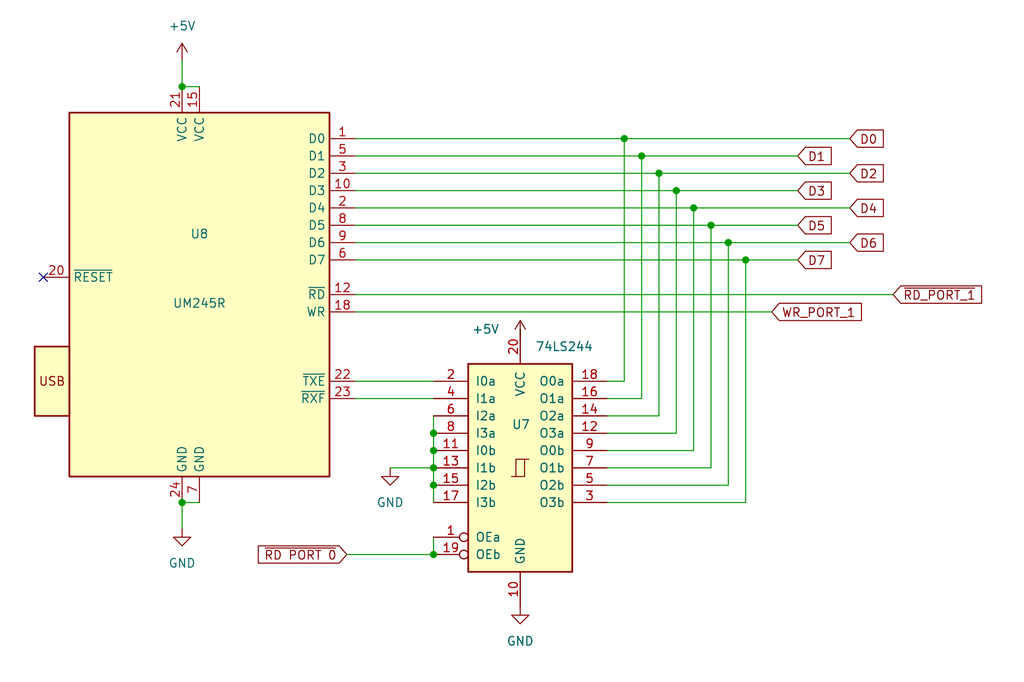
<source format=kicad_sch>
(kicad_sch (version 20230121) (generator eeschema)
  (paper "User" 150.012 99.9998)
  (lib_symbols
    (symbol "+5V_1" (power) (pin_numbers hide) (pin_names (offset 0) hide)
      (property "Value" "+5V_1" (at 0 3.556 0))
      (symbol "+5V_1_0_1"
        (polyline (pts (xy -0.762 1.27) (xy 0 2.54)))
        (polyline (pts (xy 0 0) (xy 0 2.54)))
        (polyline (pts (xy 0 2.54) (xy 0.762 1.27)))
      )
      (symbol "+5V_1_1_1"
        (pin power_in line (at 0 0 90) (length 0) hide (name "+5V") (number "1"))
      )
    )
    (symbol "74xx:74LS244" (pin_names (offset 1.016))
      (property "Reference" "U" (at -7.62 16.51 0))
      (property "Value" "74LS244" (at -7.62 -16.51 0))
      (symbol "74LS244_1_0"
        (polyline (pts (xy -0.635 -1.27) (xy -0.635 1.27) (xy 0.635 1.27)))
        (polyline (pts (xy -1.27 -1.27) (xy 0.635 -1.27) (xy 0.635 1.27) (xy 1.27 1.27)))
        (pin input inverted (at -12.7 -10.16 0) (length 5.08) (name "OEa") (number "1"))
        (pin power_in line (at 0 -20.32 90) (length 5.08) (name "GND") (number "10"))
        (pin input line (at -12.7 2.54 0) (length 5.08) (name "I0b") (number "11"))
        (pin tri_state line (at 12.7 5.08 180) (length 5.08) (name "O3a") (number "12"))
        (pin input line (at -12.7 0 0) (length 5.08) (name "I1b") (number "13"))
        (pin tri_state line (at 12.7 7.62 180) (length 5.08) (name "O2a") (number "14"))
        (pin input line (at -12.7 -2.54 0) (length 5.08) (name "I2b") (number "15"))
        (pin tri_state line (at 12.7 10.16 180) (length 5.08) (name "O1a") (number "16"))
        (pin input line (at -12.7 -5.08 0) (length 5.08) (name "I3b") (number "17"))
        (pin tri_state line (at 12.7 12.7 180) (length 5.08) (name "O0a") (number "18"))
        (pin input inverted (at -12.7 -12.7 0) (length 5.08) (name "OEb") (number "19"))
        (pin input line (at -12.7 12.7 0) (length 5.08) (name "I0a") (number "2"))
        (pin power_in line (at 0 20.32 270) (length 5.08) (name "VCC") (number "20"))
        (pin tri_state line (at 12.7 -5.08 180) (length 5.08) (name "O3b") (number "3"))
        (pin input line (at -12.7 10.16 0) (length 5.08) (name "I1a") (number "4"))
        (pin tri_state line (at 12.7 -2.54 180) (length 5.08) (name "O2b") (number "5"))
        (pin input line (at -12.7 7.62 0) (length 5.08) (name "I2a") (number "6"))
        (pin tri_state line (at 12.7 0 180) (length 5.08) (name "O1b") (number "7"))
        (pin input line (at -12.7 5.08 0) (length 5.08) (name "I3a") (number "8"))
        (pin tri_state line (at 12.7 2.54 180) (length 5.08) (name "O0b") (number "9"))
      )
      (symbol "74LS244_1_1"
        (rectangle (start -7.62 15.24) (end 7.62 -15.24) (stroke (width 0.254)) (fill (type background)))
      )
    )
    (symbol "GND_1" (power) (pin_numbers hide) (pin_names (offset 0) hide)
      (property "Value" "GND_1" (at 0 -3.81 0))
      (symbol "GND_1_0_1"
        (polyline (pts (xy 0 0) (xy 0 -1.27) (xy 1.27 -1.27) (xy 0 -2.54) (xy -1.27 -1.27) (xy 0 -1.27)))
      )
      (symbol "GND_1_1_1"
        (pin power_in line (at 0 0 270) (length 0) hide (name "GND") (number "1"))
      )
    )
    (symbol "GND_2" (power) (pin_numbers hide) (pin_names (offset 0) hide)
      (property "Value" "GND_2" (at 0 -3.81 0))
      (symbol "GND_2_0_1"
        (polyline (pts (xy 0 0) (xy 0 -1.27) (xy 1.27 -1.27) (xy 0 -2.54) (xy -1.27 -1.27) (xy 0 -1.27)))
      )
      (symbol "GND_2_1_1"
        (pin power_in line (at 0 0 270) (length 0) hide (name "GND") (number "1"))
      )
    )
    (symbol "UM245R:UM245R"
      (property "Reference" "U" (at 0 0 0))
      (symbol "UM245R_0_1"
        (rectangle (start -19.05 27.94) (end 19.05 -25.4) (stroke (width 0.254)) (fill (type background)))
      )
      (symbol "UM245R_1_1"
        (rectangle (start 19.05 -6.35) (end 24.13 -16.51) (stroke (width 0.25)) (fill (type background)))
        (text "USB" (at 21.59 -11.43 0) (effects (font (size 1.27 1.27))))
        (pin bidirectional line (at -22.86 24.13 0) (length 3.81) (name "D0") (number "1"))
        (pin bidirectional line (at -22.86 16.51 0) (length 3.81) (name "D3") (number "10"))
        (pin input line (at -22.86 1.27 0) (length 3.81) (name "~{RD}") (number "12"))
        (pin power_in line (at 0 31.75 270) (length 3.81) (name "VCC") (number "15"))
        (pin input line (at -22.86 -1.27 0) (length 3.81) (name "WR") (number "18"))
        (pin bidirectional line (at -22.86 13.97 0) (length 3.81) (name "D4") (number "2"))
        (pin input line (at 22.86 3.81 180) (length 3.81) (name "~{RESET}") (number "20"))
        (pin power_in line (at 2.54 31.75 270) (length 3.81) (name "VCC") (number "21"))
        (pin output line (at -22.86 -11.43 0) (length 3.81) (name "~{TXE}") (number "22"))
        (pin output line (at -22.86 -13.97 0) (length 3.81) (name "~{RXF}") (number "23"))
        (pin power_in line (at 2.54 -29.21 90) (length 3.81) (name "GND") (number "24"))
        (pin bidirectional line (at -22.86 19.05 0) (length 3.81) (name "D2") (number "3"))
        (pin bidirectional line (at -22.86 21.59 0) (length 3.81) (name "D1") (number "5"))
        (pin bidirectional line (at -22.86 6.35 0) (length 3.81) (name "D7") (number "6"))
        (pin power_in line (at 0 -29.21 90) (length 3.81) (name "GND") (number "7"))
        (pin bidirectional line (at -22.86 11.43 0) (length 3.81) (name "D5") (number "8"))
        (pin bidirectional line (at -22.86 8.89 0) (length 3.81) (name "D6") (number "9"))
      )
    )
    (symbol "power:+5V" (power) (pin_numbers hide) (pin_names (offset 0) hide)
      (property "Value" "+5V" (at 0 3.556 0))
      (symbol "+5V_0_1"
        (polyline (pts (xy -0.762 1.27) (xy 0 2.54)))
        (polyline (pts (xy 0 0) (xy 0 2.54)))
        (polyline (pts (xy 0 2.54) (xy 0.762 1.27)))
      )
      (symbol "+5V_1_1"
        (pin power_in line (at 0 0 90) (length 0) hide (name "+5V") (number "1"))
      )
    )
    (symbol "power:GND" (power) (pin_names (offset 0))
      (property "Value" "GND" (at 0 -3.81 0))
      (symbol "GND_0_1"
        (polyline (pts (xy 0 0) (xy 0 -1.27) (xy 1.27 -1.27) (xy 0 -2.54) (xy -1.27 -1.27) (xy 0 -1.27)))
      )
      (symbol "GND_1_1"
        (pin power_in line (at 0 0 270) (length 0) hide (name "GND") (number "1"))
      )
    )
  )
  (junction (at 63.5 71.12))
  (junction (at 63.5 66.04))
  (junction (at 109.22 38.1))
  (junction (at 106.68 35.56))
  (junction (at 26.67 73.66))
  (junction (at 93.98 22.86))
  (junction (at 63.5 63.5))
  (junction (at 104.14 33.02))
  (junction (at 96.52 25.4))
  (junction (at 63.5 81.28))
  (junction (at 99.06 27.94))
  (junction (at 63.5 68.58))
  (junction (at 26.67 12.7))
  (junction (at 91.44 20.32))
  (junction (at 101.6 30.48))
  (no_connect (at 6.35 40.64))
  (wire (pts (xy 88.9 66.04) (xy 101.6 66.04)))
  (wire (pts (xy 52.07 20.32) (xy 91.44 20.32)))
  (wire (pts (xy 63.5 58.42) (xy 52.07 58.42)))
  (wire (pts (xy 63.5 78.74) (xy 63.5 81.28)))
  (wire (pts (xy 63.5 60.96) (xy 63.5 63.5)))
  (wire (pts (xy 88.9 58.42) (xy 93.98 58.42)))
  (wire (pts (xy 63.5 71.12) (xy 63.5 73.66)))
  (wire (pts (xy 96.52 25.4) (xy 96.52 60.96)))
  (wire (pts (xy 96.52 25.4) (xy 124.46 25.4)))
  (wire (pts (xy 63.5 68.58) (xy 63.5 71.12)))
  (wire (pts (xy 88.9 73.66) (xy 109.22 73.66)))
  (wire (pts (xy 26.67 12.7) (xy 29.21 12.7)))
  (wire (pts (xy 104.14 33.02) (xy 104.14 68.58)))
  (wire (pts (xy 52.07 33.02) (xy 104.14 33.02)))
  (wire (pts (xy 106.68 35.56) (xy 124.46 35.56)))
  (wire (pts (xy 52.07 35.56) (xy 106.68 35.56)))
  (wire (pts (xy 57.15 68.58) (xy 63.5 68.58)))
  (wire (pts (xy 101.6 30.48) (xy 101.6 66.04)))
  (wire (pts (xy 91.44 20.32) (xy 124.46 20.32)))
  (wire (pts (xy 52.07 30.48) (xy 101.6 30.48)))
  (wire (pts (xy 99.06 27.94) (xy 116.84 27.94)))
  (wire (pts (xy 26.67 8.89) (xy 26.67 12.7)))
  (wire (pts (xy 104.14 33.02) (xy 116.84 33.02)))
  (wire (pts (xy 88.9 68.58) (xy 104.14 68.58)))
  (wire (pts (xy 52.07 43.18) (xy 130.81 43.18)))
  (wire (pts (xy 52.07 27.94) (xy 99.06 27.94)))
  (wire (pts (xy 52.07 25.4) (xy 96.52 25.4)))
  (wire (pts (xy 76.2 49.53) (xy 76.2 48.26)))
  (wire (pts (xy 93.98 22.86) (xy 93.98 58.42)))
  (wire (pts (xy 106.68 35.56) (xy 106.68 71.12)))
  (wire (pts (xy 52.07 38.1) (xy 109.22 38.1)))
  (wire (pts (xy 88.9 55.88) (xy 91.44 55.88)))
  (wire (pts (xy 63.5 66.04) (xy 63.5 68.58)))
  (wire (pts (xy 109.22 73.66) (xy 109.22 38.1)))
  (wire (pts (xy 52.07 45.72) (xy 113.03 45.72)))
  (wire (pts (xy 26.67 73.66) (xy 29.21 73.66)))
  (wire (pts (xy 99.06 27.94) (xy 99.06 63.5)))
  (wire (pts (xy 52.07 22.86) (xy 93.98 22.86)))
  (wire (pts (xy 109.22 38.1) (xy 116.84 38.1)))
  (wire (pts (xy 88.9 63.5) (xy 99.06 63.5)))
  (wire (pts (xy 93.98 22.86) (xy 116.84 22.86)))
  (wire (pts (xy 88.9 71.12) (xy 106.68 71.12)))
  (wire (pts (xy 101.6 30.48) (xy 124.46 30.48)))
  (wire (pts (xy 50.8 81.28) (xy 63.5 81.28)))
  (wire (pts (xy 26.67 77.47) (xy 26.67 73.66)))
  (wire (pts (xy 88.9 60.96) (xy 96.52 60.96)))
  (wire (pts (xy 91.44 20.32) (xy 91.44 55.88)))
  (wire (pts (xy 63.5 63.5) (xy 63.5 66.04)))
  (wire (pts (xy 63.5 55.88) (xy 52.07 55.88)))
  (global_label "D7" (shape input) (at 116.84 38.1 0) (property "Intersheetrefs" "${INTERSHEET_REFS}" (effects hide)))
  (global_label "D4" (shape input) (at 124.46 30.48 0) (property "Intersheetrefs" "${INTERSHEET_REFS}" (effects hide)))
  (global_label "~{RD PORT 0}" (shape input) (at 50.8 81.28 180) (property "Intersheetrefs" "${INTERSHEET_REFS}" (effects hide)))
  (global_label "D0" (shape input) (at 124.46 20.32 0) (property "Intersheetrefs" "${INTERSHEET_REFS}" (effects hide)))
  (global_label "D5" (shape input) (at 116.84 33.02 0) (property "Intersheetrefs" "${INTERSHEET_REFS}" (effects hide)))
  (global_label "~{RD_PORT_1}" (shape input) (at 130.81 43.18 0) (property "Intersheetrefs" "${INTERSHEET_REFS}" (effects hide)))
  (global_label "D6" (shape input) (at 124.46 35.56 0) (property "Intersheetrefs" "${INTERSHEET_REFS}" (effects hide)))
  (global_label "D3" (shape input) (at 116.84 27.94 0) (property "Intersheetrefs" "${INTERSHEET_REFS}" (effects hide)))
  (global_label "D2" (shape input) (at 124.46 25.4 0) (property "Intersheetrefs" "${INTERSHEET_REFS}" (effects hide)))
  (global_label "D1" (shape input) (at 116.84 22.86 0) (property "Intersheetrefs" "${INTERSHEET_REFS}" (effects hide)))
  (global_label "WR_PORT_1" (shape input) (at 113.03 45.72 0) (property "Intersheetrefs" "${INTERSHEET_REFS}" (effects hide)))
  (symbol (lib_name "GND_2") (lib_id "power:GND") (at 76.2 88.9 0) (unit 1)
    (property "Reference" "#PWR02" (effects hide))
    (property "Value" "GND" (at 76.2 93.98 0))
  )
  (symbol (lib_id "74xx:74LS244") (at 76.2 68.58 0) (unit 1)
    (property "Reference" "U7" (at 74.93 62.23 0) (effects (justify left)))
    (property "Value" "74LS244" (at 78.3941 50.8 0) (effects (justify left)))
    (property "Datasheet" "http://www.ti.com/lit/ds/symlink/sn74ls244.pdf" (effects hide))
  )
  (symbol (lib_id "UM245R:UM245R") (at 29.21 44.45 0) (mirror y) (unit 1)
    (property "Reference" "U8" (at 29.21 34.29 0))
    (property "Value" "UM245R" (at 29.21 44.45 0))
  )
  (symbol (lib_id "power:GND") (at 57.15 68.58 0) (unit 1)
    (property "Reference" "#PWR01" (effects hide))
    (property "Value" "GND" (at 57.15 73.66 0))
  )
  (symbol (lib_id "power:+5V") (at 76.2 49.53 0) (unit 1)
    (property "Reference" "#PWR04" (effects hide))
    (property "Value" "+5V" (at 71.12 48.26 0))
  )
  (symbol (lib_name "+5V_1") (lib_id "power:+5V") (at 26.67 8.89 0) (unit 1)
    (property "Reference" "#PWR05" (effects hide))
    (property "Value" "+5V" (at 26.67 3.81 0))
  )
  (symbol (lib_name "GND_1") (lib_id "power:GND") (at 26.67 77.47 0) (unit 1)
    (property "Reference" "#PWR03" (effects hide))
    (property "Value" "GND" (at 26.67 82.55 0))
  )
)
</source>
